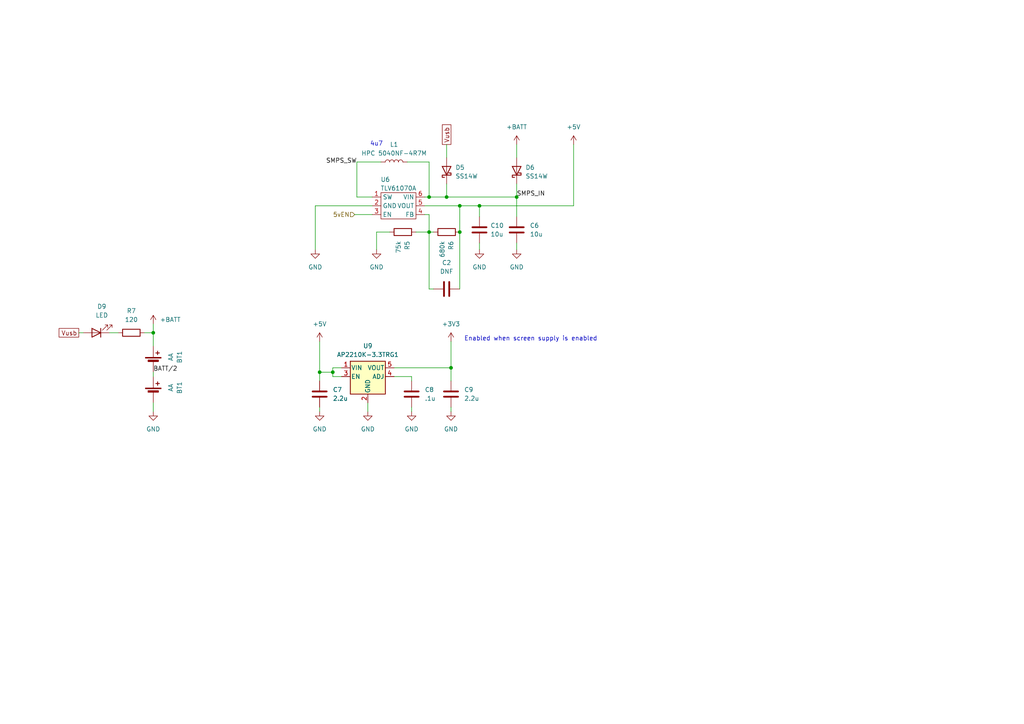
<source format=kicad_sch>
(kicad_sch (version 20230121) (generator eeschema)
  (paper "A4")
  (lib_symbols
    (symbol "Device:Battery_Cell" (pin_numbers hide) (pin_names (offset 0) hide)
      (property "Reference" "BT" (at 2.54 2.54 0))
      (property "Value" "Battery_Cell" (at 2.54 0 0))
      (symbol "Battery_Cell_0_1"
        (rectangle (start -2.286 1.778) (end 2.286 1.524) (fill (type outline)))
        (rectangle (start -1.524 1.016) (end 1.524 0.508) (fill (type outline)))
        (polyline (pts (xy 0 0.762) (xy 0 0)))
        (polyline (pts (xy 0 1.778) (xy 0 2.54)))
        (polyline (pts (xy 0.762 3.048) (xy 1.778 3.048)) (stroke (width 0.254)))
        (polyline (pts (xy 1.27 3.556) (xy 1.27 2.54)) (stroke (width 0.254)))
      )
      (symbol "Battery_Cell_1_1"
        (pin passive line (at 0 5.08 270) (length 2.54) (name "+") (number "1"))
        (pin passive line (at 0 -2.54 90) (length 2.54) (name "-") (number "2"))
      )
    )
    (symbol "Device:C" (pin_numbers hide) (pin_names (offset 0.254))
      (property "Reference" "C" (at 0.635 2.54 0))
      (property "Value" "C" (at 0.635 -2.54 0))
      (symbol "C_0_1"
        (polyline (pts (xy -2.032 -0.762) (xy 2.032 -0.762)) (stroke (width 0.508)))
        (polyline (pts (xy -2.032 0.762) (xy 2.032 0.762)) (stroke (width 0.508)))
      )
      (symbol "C_1_1"
        (pin passive line (at 0 3.81 270) (length 2.794) (name "~") (number "1"))
        (pin passive line (at 0 -3.81 90) (length 2.794) (name "~") (number "2"))
      )
    )
    (symbol "Device:D_Schottky" (pin_numbers hide) (pin_names (offset 1.016) hide)
      (property "Reference" "D" (at 0 2.54 0))
      (property "Value" "D_Schottky" (at 0 -2.54 0))
      (symbol "D_Schottky_0_1"
        (polyline (pts (xy 1.27 0) (xy -1.27 0)))
        (polyline (pts (xy 1.27 1.27) (xy 1.27 -1.27) (xy -1.27 0) (xy 1.27 1.27)) (stroke (width 0.254)))
        (polyline (pts (xy -1.905 0.635) (xy -1.905 1.27) (xy -1.27 1.27) (xy -1.27 -1.27) (xy -0.635 -1.27) (xy -0.635 -0.635)) (stroke (width 0.254)))
      )
      (symbol "D_Schottky_1_1"
        (pin passive line (at -3.81 0 0) (length 2.54) (name "K") (number "1"))
        (pin passive line (at 3.81 0 180) (length 2.54) (name "A") (number "2"))
      )
    )
    (symbol "Device:L" (pin_numbers hide) (pin_names (offset 1.016) hide)
      (property "Reference" "L" (at -1.27 0 90))
      (property "Value" "L" (at 1.905 0 90))
      (symbol "L_0_1"
        (arc (start 0 -2.54) (mid 0.6323 -1.905) (end 0 -1.27))
        (arc (start 0 -1.27) (mid 0.6323 -0.635) (end 0 0))
        (arc (start 0 0) (mid 0.6323 0.635) (end 0 1.27))
        (arc (start 0 1.27) (mid 0.6323 1.905) (end 0 2.54))
      )
      (symbol "L_1_1"
        (pin passive line (at 0 3.81 270) (length 1.27) (name "1") (number "1"))
        (pin passive line (at 0 -3.81 90) (length 1.27) (name "2") (number "2"))
      )
    )
    (symbol "Device:LED" (pin_numbers hide) (pin_names (offset 1.016) hide)
      (property "Reference" "D" (at 0 2.54 0))
      (property "Value" "LED" (at 0 -2.54 0))
      (symbol "LED_0_1"
        (polyline (pts (xy -1.27 -1.27) (xy -1.27 1.27)) (stroke (width 0.254)))
        (polyline (pts (xy -1.27 0) (xy 1.27 0)))
        (polyline (pts (xy 1.27 -1.27) (xy 1.27 1.27) (xy -1.27 0) (xy 1.27 -1.27)) (stroke (width 0.254)))
        (polyline (pts (xy -3.048 -0.762) (xy -4.572 -2.286) (xy -3.81 -2.286) (xy -4.572 -2.286) (xy -4.572 -1.524)))
        (polyline (pts (xy -1.778 -0.762) (xy -3.302 -2.286) (xy -2.54 -2.286) (xy -3.302 -2.286) (xy -3.302 -1.524)))
      )
      (symbol "LED_1_1"
        (pin passive line (at -3.81 0 0) (length 2.54) (name "K") (number "1"))
        (pin passive line (at 3.81 0 180) (length 2.54) (name "A") (number "2"))
      )
    )
    (symbol "Device:R" (pin_numbers hide) (pin_names (offset 0))
      (property "Reference" "R" (at 2.032 0 90))
      (property "Value" "R" (at 0 0 90))
      (symbol "R_0_1"
        (rectangle (start -1.016 -2.54) (end 1.016 2.54) (stroke (width 0.254)))
      )
      (symbol "R_1_1"
        (pin passive line (at 0 3.81 270) (length 1.27) (name "~") (number "1"))
        (pin passive line (at 0 -3.81 90) (length 1.27) (name "~") (number "2"))
      )
    )
    (symbol "GND_1" (power) (pin_names (offset 0))
      (property "Value" "GND_1" (at 0 -3.81 0))
      (symbol "GND_1_0_1"
        (polyline (pts (xy 0 0) (xy 0 -1.27) (xy 1.27 -1.27) (xy 0 -2.54) (xy -1.27 -1.27) (xy 0 -1.27)))
      )
      (symbol "GND_1_1_1"
        (pin power_in line (at 0 0 270) (length 0) hide (name "GND") (number "1"))
      )
    )
    (symbol "GND_2" (power) (pin_names (offset 0))
      (property "Value" "GND_2" (at 0 -3.81 0))
      (symbol "GND_2_0_1"
        (polyline (pts (xy 0 0) (xy 0 -1.27) (xy 1.27 -1.27) (xy 0 -2.54) (xy -1.27 -1.27) (xy 0 -1.27)))
      )
      (symbol "GND_2_1_1"
        (pin power_in line (at 0 0 270) (length 0) hide (name "GND") (number "1"))
      )
    )
    (symbol "GND_3" (power) (pin_names (offset 0))
      (property "Value" "GND_3" (at 0 -3.81 0))
      (symbol "GND_3_0_1"
        (polyline (pts (xy 0 0) (xy 0 -1.27) (xy 1.27 -1.27) (xy 0 -2.54) (xy -1.27 -1.27) (xy 0 -1.27)))
      )
      (symbol "GND_3_1_1"
        (pin power_in line (at 0 0 270) (length 0) hide (name "GND") (number "1"))
      )
    )
    (symbol "GND_4" (power) (pin_names (offset 0))
      (property "Value" "GND_4" (at 0 -3.81 0))
      (symbol "GND_4_0_1"
        (polyline (pts (xy 0 0) (xy 0 -1.27) (xy 1.27 -1.27) (xy 0 -2.54) (xy -1.27 -1.27) (xy 0 -1.27)))
      )
      (symbol "GND_4_1_1"
        (pin power_in line (at 0 0 270) (length 0) hide (name "GND") (number "1"))
      )
    )
    (symbol "custom_symbols:AP2210K" (pin_names (offset 0.254))
      (property "Reference" "U" (at -5.08 5.715 0))
      (property "Value" "AP2210K" (at 0 5.715 0))
      (symbol "AP2210K_0_1"
        (rectangle (start -5.08 4.445) (end 5.08 -5.08) (stroke (width 0.254)) (fill (type background)))
      )
      (symbol "AP2210K_1_1"
        (pin power_in line (at -7.62 2.54 0) (length 2.54) (name "VIN") (number "1"))
        (pin power_in line (at 0 -7.62 90) (length 2.54) (name "GND") (number "2"))
        (pin input line (at -7.62 0 0) (length 2.54) (name "EN") (number "3"))
        (pin bidirectional line (at 7.62 0 180) (length 2.54) (name "ADJ") (number "4"))
        (pin power_out line (at 7.62 2.54 180) (length 2.54) (name "VOUT") (number "5"))
      )
    )
    (symbol "power:+3V3" (power) (pin_names (offset 0))
      (property "Value" "+3V3" (at 0 3.556 0))
      (symbol "+3V3_0_1"
        (polyline (pts (xy -0.762 1.27) (xy 0 2.54)))
        (polyline (pts (xy 0 0) (xy 0 2.54)))
        (polyline (pts (xy 0 2.54) (xy 0.762 1.27)))
      )
      (symbol "+3V3_1_1"
        (pin power_in line (at 0 0 90) (length 0) hide (name "+3V3") (number "1"))
      )
    )
    (symbol "power:+5V" (power) (pin_names (offset 0))
      (property "Value" "+5V" (at 0 3.556 0))
      (symbol "+5V_0_1"
        (polyline (pts (xy -0.762 1.27) (xy 0 2.54)))
        (polyline (pts (xy 0 0) (xy 0 2.54)))
        (polyline (pts (xy 0 2.54) (xy 0.762 1.27)))
      )
      (symbol "+5V_1_1"
        (pin power_in line (at 0 0 90) (length 0) hide (name "+5V") (number "1"))
      )
    )
    (symbol "power:+BATT" (power) (pin_names (offset 0))
      (property "Value" "+BATT" (at 0 3.556 0))
      (symbol "+BATT_0_1"
        (polyline (pts (xy -0.762 1.27) (xy 0 2.54)))
        (polyline (pts (xy 0 0) (xy 0 2.54)))
        (polyline (pts (xy 0 2.54) (xy 0.762 1.27)))
      )
      (symbol "+BATT_1_1"
        (pin power_in line (at 0 0 90) (length 0) hide (name "+BATT") (number "1"))
      )
    )
    (symbol "power:GND" (power) (pin_names (offset 0))
      (property "Value" "GND" (at 0 -3.81 0))
      (symbol "GND_0_1"
        (polyline (pts (xy 0 0) (xy 0 -1.27) (xy 1.27 -1.27) (xy 0 -2.54) (xy -1.27 -1.27) (xy 0 -1.27)))
      )
      (symbol "GND_1_1"
        (pin power_in line (at 0 0 270) (length 0) hide (name "GND") (number "1"))
      )
    )
    (symbol "project parts:TLV61070A"
      (property "Reference" "U" (at -3.81 5.08 0))
      (property "Value" "TLV61070A" (at 0 2.54 0))
      (symbol "TLV61070A_0_1"
        (rectangle (start -3.81 1.27) (end 6.35 -6.35))
      )
      (symbol "TLV61070A_1_1"
        (pin input line (at -6.35 0 0) (length 2.54) (name "SW") (number "1"))
        (pin power_in line (at -6.35 -2.54 0) (length 2.54) (name "GND") (number "2"))
        (pin input line (at -6.35 -5.08 0) (length 2.54) (name "EN") (number "3"))
        (pin input line (at 8.89 -5.08 180) (length 2.54) (name "FB") (number "4"))
        (pin power_out line (at 8.89 -2.54 180) (length 2.54) (name "VOUT") (number "5"))
        (pin power_in line (at 8.89 0 180) (length 2.54) (name "VIN") (number "6"))
      )
    )
  )
  (junction (at 133.35 67.31))
  (junction (at 133.35 59.69))
  (junction (at 129.54 57.15))
  (junction (at 130.81 106.68))
  (junction (at 139.065 59.69))
  (junction (at 92.71 107.95))
  (junction (at 149.86 57.15))
  (junction (at 96.52 107.95))
  (junction (at 124.46 57.15))
  (junction (at 124.46 67.31))
  (junction (at 44.45 96.52))
  (wire (pts (xy 124.46 67.31) (xy 125.73 67.31)))
  (wire (pts (xy 149.86 53.34) (xy 149.86 57.15)))
  (wire (pts (xy 96.52 107.95) (xy 96.52 106.68)))
  (wire (pts (xy 130.81 118.11) (xy 130.81 119.38)))
  (wire (pts (xy 149.86 57.15) (xy 149.86 62.865)))
  (wire (pts (xy 44.45 93.98) (xy 44.45 96.52)))
  (wire (pts (xy 41.91 96.52) (xy 44.45 96.52)))
  (wire (pts (xy 96.52 106.68) (xy 99.06 106.68)))
  (wire (pts (xy 119.38 118.11) (xy 119.38 119.38)))
  (wire (pts (xy 92.71 118.11) (xy 92.71 119.38)))
  (wire (pts (xy 44.45 109.22) (xy 44.45 107.95)))
  (wire (pts (xy 103.505 57.15) (xy 103.505 46.99)))
  (wire (pts (xy 125.73 83.82) (xy 124.46 83.82)))
  (wire (pts (xy 31.75 96.52) (xy 34.29 96.52)))
  (wire (pts (xy 107.95 57.15) (xy 103.505 57.15)))
  (wire (pts (xy 129.54 41.91) (xy 129.54 45.72)))
  (wire (pts (xy 103.505 46.99) (xy 110.49 46.99)))
  (wire (pts (xy 120.65 67.31) (xy 124.46 67.31)))
  (wire (pts (xy 44.45 116.84) (xy 44.45 119.38)))
  (wire (pts (xy 91.44 72.39) (xy 91.44 59.69)))
  (wire (pts (xy 130.81 106.68) (xy 130.81 110.49)))
  (wire (pts (xy 92.71 107.95) (xy 92.71 110.49)))
  (wire (pts (xy 130.81 99.06) (xy 130.81 106.68)))
  (wire (pts (xy 123.19 62.23) (xy 124.46 62.23)))
  (wire (pts (xy 22.86 96.52) (xy 24.13 96.52)))
  (wire (pts (xy 124.46 46.99) (xy 124.46 57.15)))
  (wire (pts (xy 133.35 67.31) (xy 133.35 83.82)))
  (wire (pts (xy 92.71 99.06) (xy 92.71 107.95)))
  (wire (pts (xy 96.52 109.22) (xy 96.52 107.95)))
  (wire (pts (xy 139.065 70.485) (xy 139.065 72.39)))
  (wire (pts (xy 133.35 59.69) (xy 139.065 59.69)))
  (wire (pts (xy 99.06 109.22) (xy 96.52 109.22)))
  (wire (pts (xy 119.38 109.22) (xy 119.38 110.49)))
  (wire (pts (xy 106.68 116.84) (xy 106.68 119.38)))
  (wire (pts (xy 118.11 46.99) (xy 124.46 46.99)))
  (wire (pts (xy 124.46 62.23) (xy 124.46 67.31)))
  (wire (pts (xy 129.54 57.15) (xy 149.86 57.15)))
  (wire (pts (xy 124.46 83.82) (xy 124.46 67.31)))
  (wire (pts (xy 124.46 57.15) (xy 129.54 57.15)))
  (wire (pts (xy 123.19 57.15) (xy 124.46 57.15)))
  (wire (pts (xy 91.44 59.69) (xy 107.95 59.69)))
  (wire (pts (xy 166.37 59.69) (xy 166.37 41.91)))
  (wire (pts (xy 139.065 59.69) (xy 139.065 62.865)))
  (wire (pts (xy 149.86 70.485) (xy 149.86 72.39)))
  (wire (pts (xy 114.3 109.22) (xy 119.38 109.22)))
  (wire (pts (xy 114.3 106.68) (xy 130.81 106.68)))
  (wire (pts (xy 109.22 72.39) (xy 109.22 67.31)))
  (wire (pts (xy 109.22 67.31) (xy 113.03 67.31)))
  (wire (pts (xy 139.065 59.69) (xy 166.37 59.69)))
  (wire (pts (xy 44.45 96.52) (xy 44.45 100.33)))
  (wire (pts (xy 133.35 59.69) (xy 133.35 67.31)))
  (wire (pts (xy 102.87 62.23) (xy 107.95 62.23)))
  (wire (pts (xy 149.86 41.91) (xy 149.86 45.72)))
  (wire (pts (xy 123.19 59.69) (xy 133.35 59.69)))
  (wire (pts (xy 92.71 107.95) (xy 96.52 107.95)))
  (wire (pts (xy 129.54 53.34) (xy 129.54 57.15)))
  (text "4u7" (at 107.315 42.545 0) (effects (font (size 1.27 1.27)) (justify left bottom)))
  (text "Enabled when screen supply is enabled" (at 134.62 99.06 0) (effects (font (size 1.27 1.27)) (justify left bottom)))
  (label "SMPS_SW" (at 103.505 47.625 180))
  (label "BATT{slash}2" (at 44.45 107.95 0))
  (label "SMPS_IN" (at 149.86 57.15 0))
  (global_label "Vusb" (shape passive) (at 22.86 96.52 180) (property "Intersheetrefs" "${INTERSHEET_REFS}" (effects hide)))
  (global_label "Vusb" (shape passive) (at 129.54 41.91 90) (property "Intersheetrefs" "${INTERSHEET_REFS}" (effects hide)))
  (hierarchical_label "5vEN" (shape input) (at 102.87 62.23 180))
  (symbol (lib_id "Device:D_Schottky") (at 129.54 49.53 90) (unit 1)
    (property "Reference" "D5" (at 132.08 48.5775 90) (effects (justify right)))
    (property "Value" "SS14W" (at 132.08 51.1175 90) (effects (justify right)))
    (property "Footprint" "Diode_SMD:D_SMA-SMB_Universal_Handsoldering" (effects hide))
    (instances (project "calculator" (path "" (reference "D5") (unit 1)) (path "" (reference "D8") (unit 1))))
  )
  (symbol (lib_id "Device:D_Schottky") (at 149.86 49.53 90) (unit 1)
    (property "Reference" "D6" (at 152.4 48.5775 90) (effects (justify right)))
    (property "Value" "SS14W" (at 152.4 51.1175 90) (effects (justify right)))
    (property "Footprint" "Diode_SMD:D_SMA-SMB_Universal_Handsoldering" (effects hide))
    (instances (project "calculator" (path "" (reference "D6") (unit 1)) (path "" (reference "D8") (unit 1))))
  )
  (symbol (lib_id "project parts:TLV61070A") (at 114.3 57.15 0) (unit 1)
    (property "Reference" "U6" (at 111.76 52.07 0))
    (property "Value" "TLV61070A" (at 115.57 54.61 0))
    (property "Footprint" "Package_TO_SOT_SMD:SOT-23-6" (effects hide))
    (instances (project "calculator" (path "" (reference "U6") (unit 1)) (path "" (reference "U1") (unit 1))))
  )
  (symbol (lib_name "GND_3") (lib_id "power:GND") (at 119.38 119.38 0) (unit 1)
    (property "Reference" "#PWR036" (effects hide))
    (property "Value" "GND" (at 119.38 124.46 0))
    (instances (project "calculator" (path "" (reference "#PWR036") (unit 1))) (project "emfi-device" (path "" (reference "#PWR059") (unit 1))))
  )
  (symbol (lib_id "custom_symbols:AP2210K") (at 106.68 109.22 0) (unit 1)
    (property "Reference" "U9" (at 106.68 100.33 0))
    (property "Value" "AP2210K-3.3TRG1" (at 106.68 102.87 0))
    (property "Footprint" "Package_TO_SOT_SMD:SOT-23-5" (effects hide))
    (property "Datasheet" "https://www.diodes.com/assets/Datasheets/AP2210.pdf" (effects hide))
    (instances (project "calculator" (path "" (reference "U9") (unit 1))) (project "emfi-device" (path "" (reference "U3") (unit 1))))
  )
  (symbol (lib_name "GND_2") (lib_id "power:GND") (at 106.68 119.38 0) (unit 1)
    (property "Reference" "#PWR035" (effects hide))
    (property "Value" "GND" (at 106.68 124.46 0))
    (instances (project "calculator" (path "" (reference "#PWR035") (unit 1))) (project "emfi-device" (path "" (reference "#PWR057") (unit 1))))
  )
  (symbol (lib_id "Device:L") (at 114.3 46.99 90) (unit 1)
    (property "Reference" "L1" (at 114.3 41.91 90))
    (property "Value" "HPC 5040NF-4R7M" (at 114.3 44.45 90))
    (property "Footprint" "footprints:HPC-BM" (effects hide))
  )
  (symbol (lib_id "Device:C") (at 139.065 66.675 0) (unit 1)
    (property "Reference" "C10" (at 142.24 65.405 0) (effects (justify left)))
    (property "Value" "10u" (at 142.24 67.945 0) (effects (justify left)))
    (property "Footprint" "Capacitor_SMD:C_0805_2012Metric_Pad1.18x1.45mm_HandSolder" (effects hide))
  )
  (symbol (lib_id "Device:C") (at 119.38 114.3 180) (unit 1)
    (property "Reference" "C8" (at 123.19 113.0299 0) (effects (justify right)))
    (property "Value" ".1u" (at 123.19 115.5699 0) (effects (justify right)))
    (property "Footprint" "Capacitor_SMD:C_0603_1608Metric_Pad1.08x0.95mm_HandSolder" (effects hide))
    (instances (project "calculator" (path "" (reference "C8") (unit 1))) (project "emfi-device" (path "" (reference "C17") (unit 1))))
  )
  (symbol (lib_id "power:+5V") (at 166.37 41.91 0) (unit 1)
    (property "Reference" "#PWR013" (effects hide))
    (property "Value" "+5V" (at 166.37 36.83 0))
  )
  (symbol (lib_id "Device:LED") (at 27.94 96.52 180) (unit 1)
    (property "Reference" "D9" (at 29.5275 88.9 0))
    (property "Value" "LED" (at 29.5275 91.44 0))
    (property "Footprint" "LED_SMD:LED_0805_2012Metric_Pad1.15x1.40mm_HandSolder" (effects hide))
  )
  (symbol (lib_id "Device:R") (at 129.54 67.31 270) (unit 1)
    (property "Reference" "R6" (at 130.81 69.85 0) (effects (justify left)))
    (property "Value" "680k" (at 128.27 69.85 0) (effects (justify left)))
    (property "Footprint" "Resistor_SMD:R_0603_1608Metric_Pad0.98x0.95mm_HandSolder" (effects hide))
  )
  (symbol (lib_id "Device:Battery_Cell") (at 44.45 105.41 0) (unit 1)
    (property "Reference" "BT1" (at 52.07 103.5685 90))
    (property "Value" "AA" (at 49.53 103.5685 90))
    (property "Footprint" "footprints:Keystone 92 pair" (effects hide))
  )
  (symbol (lib_id "power:GND") (at 91.44 72.39 0) (unit 1)
    (property "Reference" "#PWR018" (effects hide))
    (property "Value" "GND" (at 91.44 77.47 0))
    (instances (project "calculator" (path "" (reference "#PWR018") (unit 1)) (path "" (reference "#PWR019") (unit 1))))
  )
  (symbol (lib_name "GND_4") (lib_id "power:GND") (at 130.81 119.38 0) (unit 1)
    (property "Reference" "#PWR037" (effects hide))
    (property "Value" "GND" (at 130.81 124.46 0))
    (instances (project "calculator" (path "" (reference "#PWR037") (unit 1))) (project "emfi-device" (path "" (reference "#PWR061") (unit 1))))
  )
  (symbol (lib_id "power:+BATT") (at 149.86 41.91 0) (unit 1)
    (property "Reference" "#PWR017" (effects hide))
    (property "Value" "+BATT" (at 149.86 36.83 0))
  )
  (symbol (lib_id "Device:Battery_Cell") (at 44.45 114.3 0) (unit 1)
    (property "Reference" "BT1" (at 52.07 112.4585 90))
    (property "Value" "AA" (at 49.53 112.4585 90))
    (property "Footprint" "footprints:Keystone 92 pair" (effects hide))
    (instances (project "calculator" (path "" (reference "BT1") (unit 1)) (path "" (reference "BT2") (unit 1))))
  )
  (symbol (lib_id "Device:C") (at 149.86 66.675 0) (unit 1)
    (property "Reference" "C6" (at 153.67 65.405 0) (effects (justify left)))
    (property "Value" "10u" (at 153.67 67.945 0) (effects (justify left)))
    (property "Footprint" "Capacitor_SMD:C_0805_2012Metric_Pad1.18x1.45mm_HandSolder" (effects hide))
  )
  (symbol (lib_id "power:+3V3") (at 130.81 99.06 0) (unit 1)
    (property "Reference" "#PWR05" (effects hide))
    (property "Value" "+3V3" (at 130.81 93.98 0))
  )
  (symbol (lib_id "Device:C") (at 129.54 83.82 270) (unit 1)
    (property "Reference" "C2" (at 129.54 76.2 90))
    (property "Value" "DNF" (at 129.54 78.74 90))
    (property "Footprint" "Capacitor_SMD:C_0603_1608Metric_Pad1.08x0.95mm_HandSolder" (effects hide))
  )
  (symbol (lib_id "power:+5V") (at 92.71 99.06 0) (unit 1)
    (property "Reference" "#PWR020" (effects hide))
    (property "Value" "+5V" (at 92.71 93.98 0))
  )
  (symbol (lib_id "Device:R") (at 116.84 67.31 270) (unit 1)
    (property "Reference" "R5" (at 118.11 69.85 0) (effects (justify left)))
    (property "Value" "75k" (at 115.57 69.85 0) (effects (justify left)))
    (property "Footprint" "Resistor_SMD:R_0603_1608Metric_Pad0.98x0.95mm_HandSolder" (effects hide))
  )
  (symbol (lib_name "GND_1") (lib_id "power:GND") (at 92.71 119.38 0) (unit 1)
    (property "Reference" "#PWR034" (effects hide))
    (property "Value" "GND" (at 92.71 124.46 0))
    (instances (project "calculator" (path "" (reference "#PWR034") (unit 1))) (project "emfi-device" (path "" (reference "#PWR054") (unit 1))))
  )
  (symbol (lib_id "power:GND") (at 109.22 72.39 0) (unit 1)
    (property "Reference" "#PWR018" (effects hide))
    (property "Value" "GND" (at 109.22 77.47 0))
    (instances (project "calculator" (path "" (reference "#PWR018") (unit 1)) (path "" (reference "#PWR014") (unit 1))))
  )
  (symbol (lib_id "power:GND") (at 139.065 72.39 0) (unit 1)
    (property "Reference" "#PWR018" (effects hide))
    (property "Value" "GND" (at 139.065 77.47 0))
    (instances (project "calculator" (path "" (reference "#PWR018") (unit 1)) (path "" (reference "#PWR038") (unit 1))))
  )
  (symbol (lib_id "Device:C") (at 92.71 114.3 0) (unit 1)
    (property "Reference" "C7" (at 96.52 113.0299 0) (effects (justify left)))
    (property "Value" "2.2u" (at 96.52 115.5699 0) (effects (justify left)))
    (property "Footprint" "Capacitor_SMD:C_0603_1608Metric_Pad1.08x0.95mm_HandSolder" (effects hide))
    (instances (project "calculator" (path "" (reference "C7") (unit 1))) (project "emfi-device" (path "" (reference "C15") (unit 1))))
  )
  (symbol (lib_id "power:GND") (at 149.86 72.39 0) (unit 1)
    (property "Reference" "#PWR018" (effects hide))
    (property "Value" "GND" (at 149.86 77.47 0))
    (instances (project "calculator" (path "" (reference "#PWR018") (unit 1)) (path "" (reference "#PWR033") (unit 1))))
  )
  (symbol (lib_id "Device:C") (at 130.81 114.3 0) (unit 1)
    (property "Reference" "C9" (at 134.62 113.0299 0) (effects (justify left)))
    (property "Value" "2.2u" (at 134.62 115.5699 0) (effects (justify left)))
    (property "Footprint" "Capacitor_SMD:C_0603_1608Metric_Pad1.08x0.95mm_HandSolder" (effects hide))
    (instances (project "calculator" (path "" (reference "C9") (unit 1))) (project "emfi-device" (path "" (reference "C18") (unit 1))))
  )
  (symbol (lib_id "Device:R") (at 38.1 96.52 90) (unit 1)
    (property "Reference" "R7" (at 38.1 90.17 90))
    (property "Value" "120" (at 38.1 92.71 90))
    (property "Footprint" "Resistor_SMD:R_0603_1608Metric_Pad0.98x0.95mm_HandSolder" (effects hide))
  )
  (symbol (lib_name "GND_1") (lib_id "power:GND") (at 44.45 119.38 0) (unit 1)
    (property "Reference" "#PWR018" (effects hide))
    (property "Value" "GND" (at 44.45 124.46 0))
    (instances (project "calculator" (path "" (reference "#PWR018") (unit 1))) (project "emfi-device" (path "" (reference "#PWR054") (unit 1))))
  )
  (symbol (lib_id "power:+BATT") (at 44.45 93.98 0) (unit 1)
    (property "Reference" "#PWR013" (effects hide))
    (property "Value" "+BATT" (at 46.355 92.71 0) (effects (justify left)))
    (instances (project "calculator" (path "" (reference "#PWR013") (unit 1)) (path "" (reference "#PWR012") (unit 1))))
  )
)
</source>
